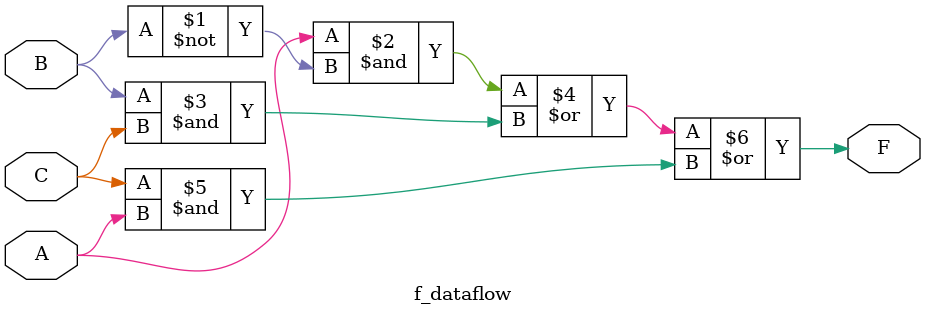
<source format=v>
module f_dataflow(A,B,C,F);
	input A,B,C;
	output F;
	
	assign F = (A & ~B) | (B & C) | (C & A);

endmodule 
</source>
